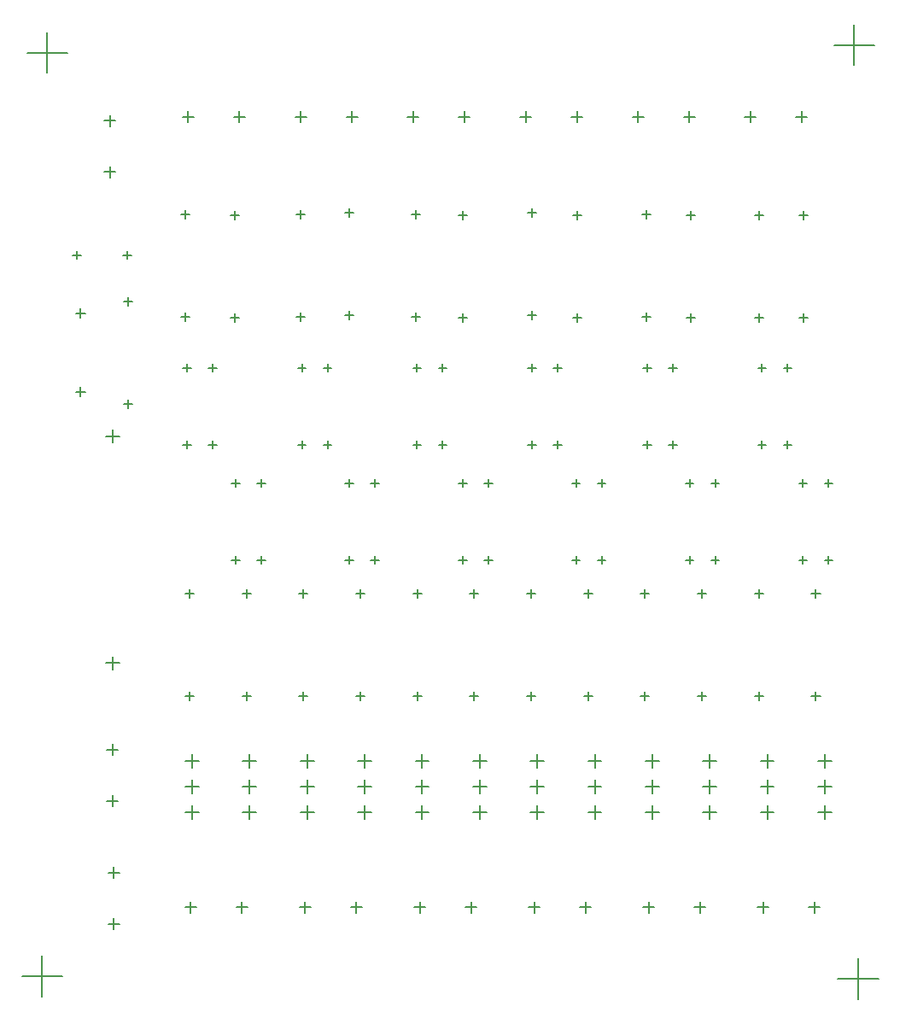
<source format=gbr>
G04*
G04 #@! TF.GenerationSoftware,Altium Limited,Altium Designer,22.4.2 (48)*
G04*
G04 Layer_Color=128*
%FSLAX44Y44*%
%MOMM*%
G71*
G04*
G04 #@! TF.SameCoordinates,69224164-BCDE-4545-B53B-617D96EECF20*
G04*
G04*
G04 #@! TF.FilePolarity,Positive*
G04*
G01*
G75*
%ADD12C,0.1270*%
D12*
X1023940Y1172210D02*
X1063940D01*
X1043940Y1152210D02*
Y1192210D01*
X1027750Y246380D02*
X1067750D01*
X1047750Y226380D02*
Y266380D01*
X218760Y248920D02*
X258760D01*
X238760Y228920D02*
Y268920D01*
X223840Y1164590D02*
X263840D01*
X243840Y1144590D02*
Y1184590D01*
X658347Y317500D02*
X669347D01*
X663847Y312000D02*
Y323000D01*
X607547Y317500D02*
X618547D01*
X613047Y312000D02*
Y323000D01*
X269050Y963930D02*
X277050D01*
X273050Y959930D02*
Y967930D01*
X319050Y963930D02*
X327050D01*
X323050Y959930D02*
Y967930D01*
X319600Y918210D02*
X328100D01*
X323850Y913960D02*
Y922460D01*
X319600Y816610D02*
X328100D01*
X323850Y812360D02*
Y820860D01*
X538988Y661670D02*
X547116D01*
X543052Y657606D02*
Y665734D01*
X564388Y661670D02*
X572516D01*
X568452Y657606D02*
Y665734D01*
X564388Y737870D02*
X572516D01*
X568452Y733806D02*
Y741934D01*
X538988Y737870D02*
X547116D01*
X543052Y733806D02*
Y741934D01*
X300570Y1046480D02*
X311570D01*
X306070Y1040980D02*
Y1051980D01*
X300570Y1097280D02*
X311570D01*
X306070Y1091780D02*
Y1102780D01*
X302010Y784330D02*
X315210D01*
X308610Y777730D02*
Y790930D01*
X302010Y559330D02*
X315210D01*
X308610Y552730D02*
Y565930D01*
X272360Y906410D02*
X281360D01*
X276860Y901910D02*
Y910910D01*
X272360Y828410D02*
X281360D01*
X276860Y823910D02*
Y832910D01*
X380700Y411480D02*
X394000D01*
X387350Y404830D02*
Y418130D01*
X380700Y436880D02*
X394000D01*
X387350Y430230D02*
Y443530D01*
X380700Y462280D02*
X394000D01*
X387350Y455630D02*
Y468930D01*
X304380Y351790D02*
X315380D01*
X309880Y346290D02*
Y357290D01*
X304380Y300990D02*
X315380D01*
X309880Y295490D02*
Y306490D01*
X426466Y661670D02*
X434594D01*
X430530Y657606D02*
Y665734D01*
X451866Y661670D02*
X459994D01*
X455930Y657606D02*
Y665734D01*
X451866Y737870D02*
X459994D01*
X455930Y733806D02*
Y741934D01*
X426466Y737870D02*
X434594D01*
X430530Y733806D02*
Y741934D01*
X376254Y1004570D02*
X384754D01*
X380504Y1000320D02*
Y1008820D01*
X376254Y902970D02*
X384754D01*
X380504Y898720D02*
Y907220D01*
X720424Y1005840D02*
X728924D01*
X724674Y1001590D02*
Y1010090D01*
X720424Y904240D02*
X728924D01*
X724674Y899990D02*
Y908490D01*
X833454Y1004570D02*
X841954D01*
X837704Y1000320D02*
Y1008820D01*
X833454Y902970D02*
X841954D01*
X837704Y898720D02*
Y907220D01*
X490554Y1004570D02*
X499054D01*
X494804Y1000320D02*
Y1008820D01*
X490554Y902970D02*
X499054D01*
X494804Y898720D02*
Y907220D01*
X538814Y1005840D02*
X547314D01*
X543064Y1001590D02*
Y1010090D01*
X538814Y904240D02*
X547314D01*
X543064Y899990D02*
Y908490D01*
X604854Y1004570D02*
X613354D01*
X609104Y1000320D02*
Y1008820D01*
X604854Y902970D02*
X613354D01*
X609104Y898720D02*
Y907220D01*
X877904Y1003300D02*
X886404D01*
X882154Y999050D02*
Y1007550D01*
X877904Y901700D02*
X886404D01*
X882154Y897450D02*
Y905950D01*
X764874Y1003300D02*
X773374D01*
X769124Y999050D02*
Y1007550D01*
X764874Y901700D02*
X773374D01*
X769124Y897450D02*
Y905950D01*
X651844Y1003300D02*
X660344D01*
X656094Y999050D02*
Y1007550D01*
X651844Y901700D02*
X660344D01*
X656094Y897450D02*
Y905950D01*
X425784Y1003300D02*
X434284D01*
X430034Y999050D02*
Y1007550D01*
X425784Y901700D02*
X434284D01*
X430034Y897450D02*
Y905950D01*
X945214Y1003300D02*
X953714D01*
X949464Y999050D02*
Y1007550D01*
X945214Y901700D02*
X953714D01*
X949464Y897450D02*
Y905950D01*
X989664Y1003300D02*
X998164D01*
X993914Y999050D02*
Y1007550D01*
X989664Y901700D02*
X998164D01*
X993914Y897450D02*
Y905950D01*
X303110Y473710D02*
X314110D01*
X308610Y468210D02*
Y479210D01*
X303110Y422910D02*
X314110D01*
X308610Y417410D02*
Y428410D01*
X876554Y661670D02*
X884682D01*
X880618Y657606D02*
Y665734D01*
X901954Y661670D02*
X910082D01*
X906018Y657606D02*
Y665734D01*
X901954Y737870D02*
X910082D01*
X906018Y733806D02*
Y741934D01*
X876554Y737870D02*
X884682D01*
X880618Y733806D02*
Y741934D01*
X662847Y527050D02*
X671347D01*
X667096Y522800D02*
Y531300D01*
X662847Y628650D02*
X671347D01*
X667096Y624400D02*
Y632900D01*
X437017Y527050D02*
X445517D01*
X441267Y522800D02*
Y531300D01*
X437017Y628650D02*
X445517D01*
X441267Y624400D02*
Y632900D01*
X888675Y527050D02*
X897175D01*
X892925Y522800D02*
Y531300D01*
X888675Y628650D02*
X897175D01*
X892925Y624400D02*
Y632900D01*
X380560Y527050D02*
X389060D01*
X384810Y522800D02*
Y531300D01*
X380560Y628650D02*
X389060D01*
X384810Y624400D02*
Y632900D01*
X832218Y527050D02*
X840718D01*
X836468Y522800D02*
Y531300D01*
X832218Y628650D02*
X840718D01*
X836468Y624400D02*
Y632900D01*
X606389Y527050D02*
X614889D01*
X610639Y522800D02*
Y531300D01*
X606389Y628650D02*
X614889D01*
X610639Y624400D02*
Y632900D01*
X549932Y527050D02*
X558432D01*
X554182Y522800D02*
Y531300D01*
X549932Y628650D02*
X558432D01*
X554182Y624400D02*
Y632900D01*
X775761Y527050D02*
X784261D01*
X780011Y522800D02*
Y531300D01*
X775761Y628650D02*
X784261D01*
X780011Y624400D02*
Y632900D01*
X1001590Y527050D02*
X1010090D01*
X1005840Y522800D02*
Y531300D01*
X1001590Y628650D02*
X1010090D01*
X1005840Y624400D02*
Y632900D01*
X493475Y527050D02*
X501975D01*
X497725Y522800D02*
Y531300D01*
X493475Y628650D02*
X501975D01*
X497725Y624400D02*
Y632900D01*
X719304Y527050D02*
X727803D01*
X723553Y522800D02*
Y531300D01*
X719304Y628650D02*
X727803D01*
X723553Y624400D02*
Y632900D01*
X945133Y527050D02*
X953633D01*
X949383Y522800D02*
Y531300D01*
X945133Y628650D02*
X953633D01*
X949383Y624400D02*
Y632900D01*
X431199Y317500D02*
X442199D01*
X436699Y312000D02*
Y323000D01*
X380399Y317500D02*
X391399D01*
X385899Y312000D02*
Y323000D01*
X544773Y317500D02*
X555773D01*
X550273Y312000D02*
Y323000D01*
X493973Y317500D02*
X504973D01*
X499473Y312000D02*
Y323000D01*
X771921Y317500D02*
X782921D01*
X777421Y312000D02*
Y323000D01*
X721121Y317500D02*
X732121D01*
X726621Y312000D02*
Y323000D01*
X428840Y1101090D02*
X439840D01*
X434340Y1095590D02*
Y1106590D01*
X378040Y1101090D02*
X389040D01*
X383540Y1095590D02*
Y1106590D01*
X540346Y1101090D02*
X551346D01*
X545846Y1095590D02*
Y1106590D01*
X489546Y1101090D02*
X500546D01*
X495046Y1095590D02*
Y1106590D01*
X651852Y1101090D02*
X662852D01*
X657352Y1095590D02*
Y1106590D01*
X601052Y1101090D02*
X612052D01*
X606552Y1095590D02*
Y1106590D01*
X763358Y1101090D02*
X774358D01*
X768858Y1095590D02*
Y1106590D01*
X712558Y1101090D02*
X723558D01*
X718058Y1095590D02*
Y1106590D01*
X651510Y737870D02*
X659638D01*
X655574Y733806D02*
Y741934D01*
X676910Y737870D02*
X685038D01*
X680974Y733806D02*
Y741934D01*
X676910Y661670D02*
X685038D01*
X680974Y657606D02*
Y665734D01*
X651510Y661670D02*
X659638D01*
X655574Y657606D02*
Y665734D01*
X665873Y462280D02*
X679173D01*
X672523Y455630D02*
Y468930D01*
X665873Y436880D02*
X679173D01*
X672523Y430230D02*
Y443530D01*
X665873Y411480D02*
X679173D01*
X672523Y404830D02*
Y418130D01*
X437735Y462280D02*
X451035D01*
X444385Y455630D02*
Y468930D01*
X437735Y436880D02*
X451035D01*
X444385Y430230D02*
Y443530D01*
X437735Y411480D02*
X451035D01*
X444385Y404830D02*
Y418130D01*
X894011Y462280D02*
X907311D01*
X900661Y455630D02*
Y468930D01*
X894011Y436880D02*
X907311D01*
X900661Y430230D02*
Y443530D01*
X894011Y411480D02*
X907311D01*
X900661Y404830D02*
Y418130D01*
X885495Y317500D02*
X896495D01*
X890995Y312000D02*
Y323000D01*
X834695Y317500D02*
X845695D01*
X840195Y312000D02*
Y323000D01*
X378206Y852170D02*
X386334D01*
X382270Y848106D02*
Y856234D01*
X403606Y852170D02*
X411734D01*
X407670Y848106D02*
Y856234D01*
X403606Y775970D02*
X411734D01*
X407670Y771906D02*
Y780034D01*
X378206Y775970D02*
X386334D01*
X382270Y771906D02*
Y780034D01*
X834390Y852170D02*
X842518D01*
X838454Y848106D02*
Y856234D01*
X859790Y852170D02*
X867918D01*
X863854Y848106D02*
Y856234D01*
X859790Y775970D02*
X867918D01*
X863854Y771906D02*
Y780034D01*
X834390Y775970D02*
X842518D01*
X838454Y771906D02*
Y780034D01*
X606298Y852170D02*
X614426D01*
X610362Y848106D02*
Y856234D01*
X631698Y852170D02*
X639826D01*
X635762Y848106D02*
Y856234D01*
X631698Y775970D02*
X639826D01*
X635762Y771906D02*
Y780034D01*
X606298Y775970D02*
X614426D01*
X610362Y771906D02*
Y780034D01*
X999070Y317500D02*
X1010070D01*
X1004570Y312000D02*
Y323000D01*
X948270Y317500D02*
X959270D01*
X953770Y312000D02*
Y323000D01*
X836976Y462280D02*
X850276D01*
X843626Y455630D02*
Y468930D01*
X836976Y436880D02*
X850276D01*
X843626Y430230D02*
Y443530D01*
X836976Y411480D02*
X850276D01*
X843626Y404830D02*
Y418130D01*
X608838Y462280D02*
X622138D01*
X615488Y455630D02*
Y468930D01*
X608838Y436880D02*
X622138D01*
X615488Y430230D02*
Y443530D01*
X608838Y411480D02*
X622138D01*
X615488Y404830D02*
Y418130D01*
X874864Y1101090D02*
X885864D01*
X880364Y1095590D02*
Y1106590D01*
X824064Y1101090D02*
X835064D01*
X829564Y1095590D02*
Y1106590D01*
X764032Y737870D02*
X772160D01*
X768096Y733806D02*
Y741934D01*
X789432Y737870D02*
X797560D01*
X793496Y733806D02*
Y741934D01*
X789432Y661670D02*
X797560D01*
X793496Y657606D02*
Y665734D01*
X764032Y661670D02*
X772160D01*
X768096Y657606D02*
Y665734D01*
X551804Y462280D02*
X565103D01*
X558453Y455630D02*
Y468930D01*
X551804Y436880D02*
X565103D01*
X558453Y430230D02*
Y443530D01*
X551804Y411480D02*
X565103D01*
X558453Y404830D02*
Y418130D01*
X989076Y737870D02*
X997204D01*
X993140Y733806D02*
Y741934D01*
X1014476Y737870D02*
X1022604D01*
X1018540Y733806D02*
Y741934D01*
X1014476Y661670D02*
X1022604D01*
X1018540Y657606D02*
Y665734D01*
X989076Y661670D02*
X997204D01*
X993140Y657606D02*
Y665734D01*
X986370Y1101090D02*
X997370D01*
X991870Y1095590D02*
Y1106590D01*
X935570Y1101090D02*
X946570D01*
X941070Y1095590D02*
Y1106590D01*
X779942Y462280D02*
X793242D01*
X786592Y455630D02*
Y468930D01*
X779942Y436880D02*
X793242D01*
X786592Y430230D02*
Y443530D01*
X779942Y411480D02*
X793242D01*
X786592Y404830D02*
Y418130D01*
X1008080Y462280D02*
X1021380D01*
X1014730Y455630D02*
Y468930D01*
X1008080Y436880D02*
X1021380D01*
X1014730Y430230D02*
Y443530D01*
X1008080Y411480D02*
X1021380D01*
X1014730Y404830D02*
Y418130D01*
X492252Y852170D02*
X500380D01*
X496316Y848106D02*
Y856234D01*
X517652Y852170D02*
X525780D01*
X521716Y848106D02*
Y856234D01*
X517652Y775970D02*
X525780D01*
X521716Y771906D02*
Y780034D01*
X492252Y775970D02*
X500380D01*
X496316Y771906D02*
Y780034D01*
X720344Y852170D02*
X728472D01*
X724408Y848106D02*
Y856234D01*
X745744Y852170D02*
X753872D01*
X749808Y848106D02*
Y856234D01*
X745744Y775970D02*
X753872D01*
X749808Y771906D02*
Y780034D01*
X720344Y775970D02*
X728472D01*
X724408Y771906D02*
Y780034D01*
X948436Y852170D02*
X956564D01*
X952500Y848106D02*
Y856234D01*
X973836Y852170D02*
X981964D01*
X977900Y848106D02*
Y856234D01*
X973836Y775970D02*
X981964D01*
X977900Y771906D02*
Y780034D01*
X948436Y775970D02*
X956564D01*
X952500Y771906D02*
Y780034D01*
X494769Y462280D02*
X508069D01*
X501419Y455630D02*
Y468930D01*
X494769Y436880D02*
X508069D01*
X501419Y430230D02*
Y443530D01*
X494769Y411480D02*
X508069D01*
X501419Y404830D02*
Y418130D01*
X722907Y462280D02*
X736207D01*
X729557Y455630D02*
Y468930D01*
X722907Y436880D02*
X736207D01*
X729557Y430230D02*
Y443530D01*
X722907Y411480D02*
X736207D01*
X729557Y404830D02*
Y418130D01*
X951045Y462280D02*
X964345D01*
X957695Y455630D02*
Y468930D01*
X951045Y436880D02*
X964345D01*
X957695Y430230D02*
Y443530D01*
X951045Y411480D02*
X964345D01*
X957695Y404830D02*
Y418130D01*
M02*

</source>
